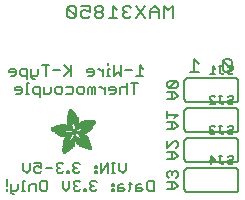
<source format=gbr>
G04 EAGLE Gerber RS-274X export*
G75*
%MOMM*%
%FSLAX34Y34*%
%LPD*%
%INSilkscreen Bottom*%
%IPPOS*%
%AMOC8*
5,1,8,0,0,1.08239X$1,22.5*%
G01*
%ADD10C,0.152400*%
%ADD11C,0.203200*%
%ADD12C,0.127000*%
%ADD13R,0.050800X0.006300*%
%ADD14R,0.082600X0.006400*%
%ADD15R,0.120600X0.006300*%
%ADD16R,0.139700X0.006400*%
%ADD17R,0.158800X0.006300*%
%ADD18R,0.177800X0.006400*%
%ADD19R,0.196800X0.006300*%
%ADD20R,0.215900X0.006400*%
%ADD21R,0.228600X0.006300*%
%ADD22R,0.241300X0.006400*%
%ADD23R,0.254000X0.006300*%
%ADD24R,0.266700X0.006400*%
%ADD25R,0.279400X0.006300*%
%ADD26R,0.285700X0.006400*%
%ADD27R,0.298400X0.006300*%
%ADD28R,0.311200X0.006400*%
%ADD29R,0.317500X0.006300*%
%ADD30R,0.330200X0.006400*%
%ADD31R,0.336600X0.006300*%
%ADD32R,0.349200X0.006400*%
%ADD33R,0.361900X0.006300*%
%ADD34R,0.368300X0.006400*%
%ADD35R,0.381000X0.006300*%
%ADD36R,0.387300X0.006400*%
%ADD37R,0.393700X0.006300*%
%ADD38R,0.406400X0.006400*%
%ADD39R,0.412700X0.006300*%
%ADD40R,0.419100X0.006400*%
%ADD41R,0.431800X0.006300*%
%ADD42R,0.438100X0.006400*%
%ADD43R,0.450800X0.006300*%
%ADD44R,0.457200X0.006400*%
%ADD45R,0.463500X0.006300*%
%ADD46R,0.476200X0.006400*%
%ADD47R,0.482600X0.006300*%
%ADD48R,0.488900X0.006400*%
%ADD49R,0.501600X0.006300*%
%ADD50R,0.508000X0.006400*%
%ADD51R,0.514300X0.006300*%
%ADD52R,0.527000X0.006400*%
%ADD53R,0.533400X0.006300*%
%ADD54R,0.546100X0.006400*%
%ADD55R,0.552400X0.006300*%
%ADD56R,0.558800X0.006400*%
%ADD57R,0.571500X0.006300*%
%ADD58R,0.577800X0.006400*%
%ADD59R,0.584200X0.006300*%
%ADD60R,0.596900X0.006400*%
%ADD61R,0.603200X0.006300*%
%ADD62R,0.609600X0.006400*%
%ADD63R,0.622300X0.006300*%
%ADD64R,0.628600X0.006400*%
%ADD65R,0.641300X0.006300*%
%ADD66R,0.647700X0.006400*%
%ADD67R,0.063500X0.006300*%
%ADD68R,0.654000X0.006300*%
%ADD69R,0.101600X0.006400*%
%ADD70R,0.666700X0.006400*%
%ADD71R,0.139700X0.006300*%
%ADD72R,0.673100X0.006300*%
%ADD73R,0.165100X0.006400*%
%ADD74R,0.679400X0.006400*%
%ADD75R,0.196900X0.006300*%
%ADD76R,0.692100X0.006300*%
%ADD77R,0.222200X0.006400*%
%ADD78R,0.698500X0.006400*%
%ADD79R,0.247700X0.006300*%
%ADD80R,0.704800X0.006300*%
%ADD81R,0.279400X0.006400*%
%ADD82R,0.717500X0.006400*%
%ADD83R,0.298500X0.006300*%
%ADD84R,0.723900X0.006300*%
%ADD85R,0.736600X0.006400*%
%ADD86R,0.342900X0.006300*%
%ADD87R,0.742900X0.006300*%
%ADD88R,0.374700X0.006400*%
%ADD89R,0.749300X0.006400*%
%ADD90R,0.762000X0.006300*%
%ADD91R,0.412700X0.006400*%
%ADD92R,0.768300X0.006400*%
%ADD93R,0.438100X0.006300*%
%ADD94R,0.774700X0.006300*%
%ADD95R,0.463600X0.006400*%
%ADD96R,0.787400X0.006400*%
%ADD97R,0.793700X0.006300*%
%ADD98R,0.495300X0.006400*%
%ADD99R,0.800100X0.006400*%
%ADD100R,0.520700X0.006300*%
%ADD101R,0.812800X0.006300*%
%ADD102R,0.533400X0.006400*%
%ADD103R,0.819100X0.006400*%
%ADD104R,0.558800X0.006300*%
%ADD105R,0.825500X0.006300*%
%ADD106R,0.577900X0.006400*%
%ADD107R,0.831800X0.006400*%
%ADD108R,0.596900X0.006300*%
%ADD109R,0.844500X0.006300*%
%ADD110R,0.616000X0.006400*%
%ADD111R,0.850900X0.006400*%
%ADD112R,0.635000X0.006300*%
%ADD113R,0.857200X0.006300*%
%ADD114R,0.654100X0.006400*%
%ADD115R,0.863600X0.006400*%
%ADD116R,0.666700X0.006300*%
%ADD117R,0.869900X0.006300*%
%ADD118R,0.685800X0.006400*%
%ADD119R,0.876300X0.006400*%
%ADD120R,0.882600X0.006300*%
%ADD121R,0.723900X0.006400*%
%ADD122R,0.889000X0.006400*%
%ADD123R,0.895300X0.006300*%
%ADD124R,0.755700X0.006400*%
%ADD125R,0.901700X0.006400*%
%ADD126R,0.908000X0.006300*%
%ADD127R,0.793800X0.006400*%
%ADD128R,0.914400X0.006400*%
%ADD129R,0.806400X0.006300*%
%ADD130R,0.920700X0.006300*%
%ADD131R,0.825500X0.006400*%
%ADD132R,0.927100X0.006400*%
%ADD133R,0.933400X0.006300*%
%ADD134R,0.857300X0.006400*%
%ADD135R,0.939800X0.006400*%
%ADD136R,0.870000X0.006300*%
%ADD137R,0.939800X0.006300*%
%ADD138R,0.946100X0.006400*%
%ADD139R,0.952500X0.006300*%
%ADD140R,0.908000X0.006400*%
%ADD141R,0.958800X0.006400*%
%ADD142R,0.965200X0.006300*%
%ADD143R,0.965200X0.006400*%
%ADD144R,0.971500X0.006300*%
%ADD145R,0.952500X0.006400*%
%ADD146R,0.977900X0.006400*%
%ADD147R,0.958800X0.006300*%
%ADD148R,0.984200X0.006300*%
%ADD149R,0.971500X0.006400*%
%ADD150R,0.984200X0.006400*%
%ADD151R,0.990600X0.006300*%
%ADD152R,0.984300X0.006400*%
%ADD153R,0.996900X0.006400*%
%ADD154R,0.997000X0.006300*%
%ADD155R,0.996900X0.006300*%
%ADD156R,1.003300X0.006400*%
%ADD157R,1.016000X0.006300*%
%ADD158R,1.009600X0.006300*%
%ADD159R,1.016000X0.006400*%
%ADD160R,1.009600X0.006400*%
%ADD161R,1.022300X0.006300*%
%ADD162R,1.028700X0.006400*%
%ADD163R,1.035100X0.006300*%
%ADD164R,1.047800X0.006400*%
%ADD165R,1.054100X0.006300*%
%ADD166R,1.028700X0.006300*%
%ADD167R,1.054100X0.006400*%
%ADD168R,1.035000X0.006400*%
%ADD169R,1.060400X0.006300*%
%ADD170R,1.035000X0.006300*%
%ADD171R,1.060500X0.006400*%
%ADD172R,1.041400X0.006400*%
%ADD173R,1.066800X0.006300*%
%ADD174R,1.041400X0.006300*%
%ADD175R,1.079500X0.006400*%
%ADD176R,1.047700X0.006400*%
%ADD177R,1.085900X0.006300*%
%ADD178R,1.047700X0.006300*%
%ADD179R,1.085800X0.006400*%
%ADD180R,1.092200X0.006300*%
%ADD181R,1.085900X0.006400*%
%ADD182R,1.098600X0.006300*%
%ADD183R,1.098600X0.006400*%
%ADD184R,1.060400X0.006400*%
%ADD185R,1.104900X0.006300*%
%ADD186R,1.104900X0.006400*%
%ADD187R,1.066800X0.006400*%
%ADD188R,1.111200X0.006300*%
%ADD189R,1.117600X0.006400*%
%ADD190R,1.117600X0.006300*%
%ADD191R,1.073100X0.006300*%
%ADD192R,1.073100X0.006400*%
%ADD193R,1.124000X0.006300*%
%ADD194R,1.079500X0.006300*%
%ADD195R,1.123900X0.006400*%
%ADD196R,1.130300X0.006300*%
%ADD197R,1.130300X0.006400*%
%ADD198R,1.136700X0.006400*%
%ADD199R,1.136700X0.006300*%
%ADD200R,1.085800X0.006300*%
%ADD201R,1.136600X0.006400*%
%ADD202R,1.136600X0.006300*%
%ADD203R,1.143000X0.006400*%
%ADD204R,1.143000X0.006300*%
%ADD205R,1.149400X0.006300*%
%ADD206R,1.149300X0.006300*%
%ADD207R,1.149300X0.006400*%
%ADD208R,1.149400X0.006400*%
%ADD209R,1.155700X0.006400*%
%ADD210R,1.155700X0.006300*%
%ADD211R,1.060500X0.006300*%
%ADD212R,2.197100X0.006400*%
%ADD213R,2.197100X0.006300*%
%ADD214R,2.184400X0.006300*%
%ADD215R,2.184400X0.006400*%
%ADD216R,2.171700X0.006400*%
%ADD217R,2.171700X0.006300*%
%ADD218R,1.530300X0.006400*%
%ADD219R,1.505000X0.006300*%
%ADD220R,1.492300X0.006400*%
%ADD221R,1.485900X0.006300*%
%ADD222R,0.565200X0.006300*%
%ADD223R,1.473200X0.006400*%
%ADD224R,0.565200X0.006400*%
%ADD225R,1.460500X0.006300*%
%ADD226R,1.454100X0.006400*%
%ADD227R,0.552400X0.006400*%
%ADD228R,1.441500X0.006300*%
%ADD229R,0.546100X0.006300*%
%ADD230R,1.435100X0.006400*%
%ADD231R,0.539800X0.006400*%
%ADD232R,1.428800X0.006300*%
%ADD233R,1.422400X0.006400*%
%ADD234R,1.409700X0.006300*%
%ADD235R,0.527100X0.006300*%
%ADD236R,1.403300X0.006400*%
%ADD237R,0.527100X0.006400*%
%ADD238R,1.390700X0.006300*%
%ADD239R,1.384300X0.006400*%
%ADD240R,0.520700X0.006400*%
%ADD241R,1.384300X0.006300*%
%ADD242R,0.514400X0.006300*%
%ADD243R,1.371600X0.006400*%
%ADD244R,1.365200X0.006300*%
%ADD245R,0.508000X0.006300*%
%ADD246R,1.352600X0.006400*%
%ADD247R,0.501700X0.006400*%
%ADD248R,0.711200X0.006300*%
%ADD249R,0.603300X0.006300*%
%ADD250R,0.501700X0.006300*%
%ADD251R,0.692100X0.006400*%
%ADD252R,0.571500X0.006400*%
%ADD253R,0.679400X0.006300*%
%ADD254R,0.495300X0.006300*%
%ADD255R,0.673100X0.006400*%
%ADD256R,0.666800X0.006300*%
%ADD257R,0.488900X0.006300*%
%ADD258R,0.660400X0.006400*%
%ADD259R,0.482600X0.006400*%
%ADD260R,0.476200X0.006300*%
%ADD261R,0.654000X0.006400*%
%ADD262R,0.469900X0.006400*%
%ADD263R,0.476300X0.006400*%
%ADD264R,0.647700X0.006300*%
%ADD265R,0.457200X0.006300*%
%ADD266R,0.469900X0.006300*%
%ADD267R,0.641300X0.006400*%
%ADD268R,0.444500X0.006400*%
%ADD269R,0.463600X0.006300*%
%ADD270R,0.635000X0.006400*%
%ADD271R,0.463500X0.006400*%
%ADD272R,0.393700X0.006400*%
%ADD273R,0.450800X0.006400*%
%ADD274R,0.628600X0.006300*%
%ADD275R,0.387400X0.006300*%
%ADD276R,0.450900X0.006300*%
%ADD277R,0.628700X0.006400*%
%ADD278R,0.374600X0.006400*%
%ADD279R,0.368300X0.006300*%
%ADD280R,0.438200X0.006300*%
%ADD281R,0.622300X0.006400*%
%ADD282R,0.355600X0.006400*%
%ADD283R,0.431800X0.006400*%
%ADD284R,0.349300X0.006300*%
%ADD285R,0.425400X0.006300*%
%ADD286R,0.615900X0.006300*%
%ADD287R,0.330200X0.006300*%
%ADD288R,0.419100X0.006300*%
%ADD289R,0.616000X0.006300*%
%ADD290R,0.311200X0.006300*%
%ADD291R,0.406400X0.006300*%
%ADD292R,0.615900X0.006400*%
%ADD293R,0.304800X0.006400*%
%ADD294R,0.158800X0.006400*%
%ADD295R,0.609600X0.006300*%
%ADD296R,0.292100X0.006300*%
%ADD297R,0.235000X0.006300*%
%ADD298R,0.387400X0.006400*%
%ADD299R,0.292100X0.006400*%
%ADD300R,0.336500X0.006300*%
%ADD301R,0.260400X0.006300*%
%ADD302R,0.603300X0.006400*%
%ADD303R,0.260400X0.006400*%
%ADD304R,0.362000X0.006400*%
%ADD305R,0.450900X0.006400*%
%ADD306R,0.355600X0.006300*%
%ADD307R,0.342900X0.006400*%
%ADD308R,0.514300X0.006400*%
%ADD309R,0.234900X0.006300*%
%ADD310R,0.539700X0.006300*%
%ADD311R,0.603200X0.006400*%
%ADD312R,0.234900X0.006400*%
%ADD313R,0.920700X0.006400*%
%ADD314R,0.958900X0.006400*%
%ADD315R,0.215900X0.006300*%
%ADD316R,0.209600X0.006400*%
%ADD317R,0.203200X0.006300*%
%ADD318R,1.003300X0.006300*%
%ADD319R,0.203200X0.006400*%
%ADD320R,0.196900X0.006400*%
%ADD321R,0.190500X0.006300*%
%ADD322R,0.190500X0.006400*%
%ADD323R,0.184200X0.006300*%
%ADD324R,0.590500X0.006400*%
%ADD325R,0.184200X0.006400*%
%ADD326R,0.590500X0.006300*%
%ADD327R,0.177800X0.006300*%
%ADD328R,0.584200X0.006400*%
%ADD329R,1.168400X0.006400*%
%ADD330R,0.171500X0.006300*%
%ADD331R,1.187500X0.006300*%
%ADD332R,1.200100X0.006400*%
%ADD333R,0.577800X0.006300*%
%ADD334R,1.212900X0.006300*%
%ADD335R,1.231900X0.006400*%
%ADD336R,1.250900X0.006300*%
%ADD337R,0.565100X0.006400*%
%ADD338R,0.184100X0.006400*%
%ADD339R,1.263700X0.006400*%
%ADD340R,0.565100X0.006300*%
%ADD341R,1.289100X0.006300*%
%ADD342R,1.314400X0.006400*%
%ADD343R,0.552500X0.006300*%
%ADD344R,1.568500X0.006300*%
%ADD345R,0.552500X0.006400*%
%ADD346R,1.581200X0.006400*%
%ADD347R,1.593800X0.006300*%
%ADD348R,1.606500X0.006400*%
%ADD349R,1.619300X0.006300*%
%ADD350R,0.514400X0.006400*%
%ADD351R,1.638300X0.006400*%
%ADD352R,1.657300X0.006300*%
%ADD353R,2.209800X0.006400*%
%ADD354R,2.425700X0.006300*%
%ADD355R,2.470100X0.006400*%
%ADD356R,2.501900X0.006300*%
%ADD357R,2.533700X0.006400*%
%ADD358R,2.559000X0.006300*%
%ADD359R,2.584500X0.006400*%
%ADD360R,2.609900X0.006300*%
%ADD361R,2.628900X0.006400*%
%ADD362R,2.660600X0.006300*%
%ADD363R,2.673400X0.006400*%
%ADD364R,1.422400X0.006300*%
%ADD365R,1.200200X0.006300*%
%ADD366R,1.365300X0.006300*%
%ADD367R,1.365300X0.006400*%
%ADD368R,1.352500X0.006300*%
%ADD369R,1.098500X0.006300*%
%ADD370R,1.358900X0.006400*%
%ADD371R,1.352600X0.006300*%
%ADD372R,1.358900X0.006300*%
%ADD373R,1.371600X0.006300*%
%ADD374R,1.377900X0.006400*%
%ADD375R,1.397000X0.006400*%
%ADD376R,1.403300X0.006300*%
%ADD377R,0.914400X0.006300*%
%ADD378R,0.876300X0.006300*%
%ADD379R,0.374600X0.006300*%
%ADD380R,1.073200X0.006400*%
%ADD381R,0.374700X0.006300*%
%ADD382R,0.844600X0.006400*%
%ADD383R,0.844600X0.006300*%
%ADD384R,0.831900X0.006400*%
%ADD385R,1.092200X0.006400*%
%ADD386R,0.400000X0.006300*%
%ADD387R,0.819200X0.006400*%
%ADD388R,1.111300X0.006400*%
%ADD389R,0.812800X0.006400*%
%ADD390R,0.800100X0.006300*%
%ADD391R,0.476300X0.006300*%
%ADD392R,1.181100X0.006300*%
%ADD393R,0.501600X0.006400*%
%ADD394R,1.193800X0.006400*%
%ADD395R,0.781000X0.006400*%
%ADD396R,1.238200X0.006400*%
%ADD397R,0.781100X0.006300*%
%ADD398R,1.257300X0.006300*%
%ADD399R,1.295400X0.006400*%
%ADD400R,1.333500X0.006300*%
%ADD401R,0.774700X0.006400*%
%ADD402R,1.866900X0.006400*%
%ADD403R,0.209600X0.006300*%
%ADD404R,1.866900X0.006300*%
%ADD405R,0.768400X0.006400*%
%ADD406R,0.209500X0.006400*%
%ADD407R,1.860600X0.006400*%
%ADD408R,0.762000X0.006400*%
%ADD409R,0.768400X0.006300*%
%ADD410R,1.860600X0.006300*%
%ADD411R,1.860500X0.006400*%
%ADD412R,0.222300X0.006300*%
%ADD413R,1.854200X0.006300*%
%ADD414R,0.235000X0.006400*%
%ADD415R,1.854200X0.006400*%
%ADD416R,0.768300X0.006300*%
%ADD417R,0.260300X0.006400*%
%ADD418R,1.847800X0.006400*%
%ADD419R,0.266700X0.006300*%
%ADD420R,1.847800X0.006300*%
%ADD421R,0.273100X0.006400*%
%ADD422R,1.841500X0.006400*%
%ADD423R,0.285800X0.006300*%
%ADD424R,1.841500X0.006300*%
%ADD425R,0.298500X0.006400*%
%ADD426R,1.835100X0.006400*%
%ADD427R,0.781000X0.006300*%
%ADD428R,0.304800X0.006300*%
%ADD429R,1.835100X0.006300*%
%ADD430R,0.317500X0.006400*%
%ADD431R,1.828800X0.006400*%
%ADD432R,0.787400X0.006300*%
%ADD433R,0.323800X0.006300*%
%ADD434R,1.828800X0.006300*%
%ADD435R,0.793700X0.006400*%
%ADD436R,1.822400X0.006400*%
%ADD437R,0.806500X0.006300*%
%ADD438R,1.822400X0.006300*%
%ADD439R,1.816100X0.006400*%
%ADD440R,0.819100X0.006300*%
%ADD441R,0.387300X0.006300*%
%ADD442R,1.816100X0.006300*%
%ADD443R,1.809800X0.006400*%
%ADD444R,1.803400X0.006300*%
%ADD445R,1.797000X0.006400*%
%ADD446R,0.901700X0.006300*%
%ADD447R,1.797000X0.006300*%
%ADD448R,1.441400X0.006400*%
%ADD449R,1.790700X0.006400*%
%ADD450R,1.447800X0.006300*%
%ADD451R,1.784300X0.006300*%
%ADD452R,1.447800X0.006400*%
%ADD453R,1.784300X0.006400*%
%ADD454R,1.454100X0.006300*%
%ADD455R,1.771700X0.006300*%
%ADD456R,1.460500X0.006400*%
%ADD457R,1.759000X0.006400*%
%ADD458R,1.466800X0.006300*%
%ADD459R,1.752600X0.006300*%
%ADD460R,1.466800X0.006400*%
%ADD461R,1.739900X0.006400*%
%ADD462R,1.473200X0.006300*%
%ADD463R,1.727200X0.006300*%
%ADD464R,1.479500X0.006400*%
%ADD465R,1.714500X0.006400*%
%ADD466R,1.695400X0.006300*%
%ADD467R,1.485900X0.006400*%
%ADD468R,1.682700X0.006400*%
%ADD469R,1.492200X0.006300*%
%ADD470R,1.663700X0.006300*%
%ADD471R,1.498600X0.006400*%
%ADD472R,1.644600X0.006400*%
%ADD473R,1.498600X0.006300*%
%ADD474R,1.619200X0.006300*%
%ADD475R,1.511300X0.006400*%
%ADD476R,1.600200X0.006400*%
%ADD477R,1.517700X0.006300*%
%ADD478R,1.574800X0.006300*%
%ADD479R,1.524000X0.006400*%
%ADD480R,1.555800X0.006400*%
%ADD481R,1.524000X0.006300*%
%ADD482R,1.536700X0.006300*%
%ADD483R,1.530400X0.006400*%
%ADD484R,1.517700X0.006400*%
%ADD485R,1.492300X0.006300*%
%ADD486R,1.549400X0.006400*%
%ADD487R,1.479600X0.006400*%
%ADD488R,1.549400X0.006300*%
%ADD489R,1.555700X0.006400*%
%ADD490R,1.562100X0.006300*%
%ADD491R,0.323900X0.006300*%
%ADD492R,1.568400X0.006400*%
%ADD493R,0.336600X0.006400*%
%ADD494R,1.587500X0.006300*%
%ADD495R,0.971600X0.006300*%
%ADD496R,0.349300X0.006400*%
%ADD497R,1.600200X0.006300*%
%ADD498R,0.920800X0.006300*%
%ADD499R,0.882700X0.006400*%
%ADD500R,1.612900X0.006300*%
%ADD501R,0.362000X0.006300*%
%ADD502R,1.625600X0.006400*%
%ADD503R,1.625600X0.006300*%
%ADD504R,1.644600X0.006300*%
%ADD505R,0.736600X0.006300*%
%ADD506R,0.717600X0.006400*%
%ADD507R,1.657400X0.006300*%
%ADD508R,0.679500X0.006300*%
%ADD509R,1.663700X0.006400*%
%ADD510R,0.400000X0.006400*%
%ADD511R,1.676400X0.006300*%
%ADD512R,1.676400X0.006400*%
%ADD513R,0.425500X0.006400*%
%ADD514R,1.352500X0.006400*%
%ADD515R,0.444500X0.006300*%
%ADD516R,0.361900X0.006400*%
%ADD517R,0.088900X0.006300*%
%ADD518R,1.009700X0.006300*%
%ADD519R,1.009700X0.006400*%
%ADD520R,1.022300X0.006400*%
%ADD521R,1.346200X0.006400*%
%ADD522R,1.346200X0.006300*%
%ADD523R,1.339900X0.006400*%
%ADD524R,1.035100X0.006400*%
%ADD525R,1.339800X0.006300*%
%ADD526R,1.333500X0.006400*%
%ADD527R,1.327200X0.006400*%
%ADD528R,1.320800X0.006300*%
%ADD529R,1.314500X0.006400*%
%ADD530R,1.314400X0.006300*%
%ADD531R,1.301700X0.006400*%
%ADD532R,1.295400X0.006300*%
%ADD533R,1.289000X0.006400*%
%ADD534R,1.276300X0.006300*%
%ADD535R,1.251000X0.006300*%
%ADD536R,1.244600X0.006400*%
%ADD537R,1.231900X0.006300*%
%ADD538R,1.212800X0.006400*%
%ADD539R,1.200100X0.006300*%
%ADD540R,1.187400X0.006400*%
%ADD541R,1.168400X0.006300*%
%ADD542R,1.047800X0.006300*%
%ADD543R,0.977900X0.006300*%
%ADD544R,0.946200X0.006400*%
%ADD545R,0.933400X0.006400*%
%ADD546R,0.895300X0.006400*%
%ADD547R,0.882700X0.006300*%
%ADD548R,0.863600X0.006300*%
%ADD549R,0.857200X0.006400*%
%ADD550R,0.850900X0.006300*%
%ADD551R,0.838200X0.006300*%
%ADD552R,0.806500X0.006400*%
%ADD553R,0.717600X0.006300*%
%ADD554R,0.711200X0.006400*%
%ADD555R,0.641400X0.006400*%
%ADD556R,0.641400X0.006300*%
%ADD557R,0.628700X0.006300*%
%ADD558R,0.590600X0.006300*%
%ADD559R,0.539700X0.006400*%
%ADD560R,0.285700X0.006300*%
%ADD561R,0.222200X0.006300*%
%ADD562R,0.171400X0.006300*%
%ADD563R,0.152400X0.006400*%
%ADD564R,0.133400X0.006300*%


D10*
X105415Y67825D02*
X105415Y62063D01*
X102534Y59182D01*
X99653Y62063D01*
X99653Y67825D01*
X96060Y59182D02*
X93178Y59182D01*
X94619Y59182D02*
X94619Y67825D01*
X96060Y67825D02*
X93178Y67825D01*
X89823Y67825D02*
X89823Y59182D01*
X84061Y59182D02*
X89823Y67825D01*
X84061Y67825D02*
X84061Y59182D01*
X80468Y64944D02*
X79027Y64944D01*
X79027Y63504D01*
X80468Y63504D01*
X80468Y64944D01*
X80468Y60623D02*
X79027Y60623D01*
X79027Y59182D01*
X80468Y59182D01*
X80468Y60623D01*
X66435Y66385D02*
X64994Y67825D01*
X62113Y67825D01*
X60673Y66385D01*
X60673Y64944D01*
X62113Y63504D01*
X63554Y63504D01*
X62113Y63504D02*
X60673Y62063D01*
X60673Y60623D01*
X62113Y59182D01*
X64994Y59182D01*
X66435Y60623D01*
X57080Y60623D02*
X57080Y59182D01*
X57080Y60623D02*
X55639Y60623D01*
X55639Y59182D01*
X57080Y59182D01*
X52402Y66385D02*
X50962Y67825D01*
X48080Y67825D01*
X46640Y66385D01*
X46640Y64944D01*
X48080Y63504D01*
X49521Y63504D01*
X48080Y63504D02*
X46640Y62063D01*
X46640Y60623D01*
X48080Y59182D01*
X50962Y59182D01*
X52402Y60623D01*
X43047Y63504D02*
X37285Y63504D01*
X33692Y67825D02*
X27929Y67825D01*
X33692Y67825D02*
X33692Y63504D01*
X30811Y64944D01*
X29370Y64944D01*
X27929Y63504D01*
X27929Y60623D01*
X29370Y59182D01*
X32251Y59182D01*
X33692Y60623D01*
X24337Y62063D02*
X24337Y67825D01*
X24337Y62063D02*
X21455Y59182D01*
X18574Y62063D01*
X18574Y67825D01*
X129205Y52585D02*
X129205Y43942D01*
X124884Y43942D01*
X123443Y45383D01*
X123443Y51145D01*
X124884Y52585D01*
X129205Y52585D01*
X118409Y49704D02*
X115528Y49704D01*
X114088Y48264D01*
X114088Y43942D01*
X118409Y43942D01*
X119850Y45383D01*
X118409Y46823D01*
X114088Y46823D01*
X109054Y45383D02*
X109054Y51145D01*
X109054Y45383D02*
X107614Y43942D01*
X107614Y49704D02*
X110495Y49704D01*
X102817Y49704D02*
X99936Y49704D01*
X98496Y48264D01*
X98496Y43942D01*
X102817Y43942D01*
X104258Y45383D01*
X102817Y46823D01*
X98496Y46823D01*
X94903Y49704D02*
X93462Y49704D01*
X93462Y48264D01*
X94903Y48264D01*
X94903Y49704D01*
X94903Y45383D02*
X93462Y45383D01*
X93462Y43942D01*
X94903Y43942D01*
X94903Y45383D01*
X80870Y51145D02*
X79430Y52585D01*
X76548Y52585D01*
X75108Y51145D01*
X75108Y49704D01*
X76548Y48264D01*
X77989Y48264D01*
X76548Y48264D02*
X75108Y46823D01*
X75108Y45383D01*
X76548Y43942D01*
X79430Y43942D01*
X80870Y45383D01*
X71515Y45383D02*
X71515Y43942D01*
X71515Y45383D02*
X70074Y45383D01*
X70074Y43942D01*
X71515Y43942D01*
X66837Y51145D02*
X65397Y52585D01*
X62516Y52585D01*
X61075Y51145D01*
X61075Y49704D01*
X62516Y48264D01*
X63956Y48264D01*
X62516Y48264D02*
X61075Y46823D01*
X61075Y45383D01*
X62516Y43942D01*
X65397Y43942D01*
X66837Y45383D01*
X57482Y46823D02*
X57482Y52585D01*
X57482Y46823D02*
X54601Y43942D01*
X51720Y46823D01*
X51720Y52585D01*
X37331Y52585D02*
X34450Y52585D01*
X37331Y52585D02*
X38772Y51145D01*
X38772Y45383D01*
X37331Y43942D01*
X34450Y43942D01*
X33009Y45383D01*
X33009Y51145D01*
X34450Y52585D01*
X29417Y49704D02*
X29417Y43942D01*
X29417Y49704D02*
X25095Y49704D01*
X23654Y48264D01*
X23654Y43942D01*
X20061Y52585D02*
X18621Y52585D01*
X18621Y43942D01*
X20061Y43942D02*
X17180Y43942D01*
X13825Y45383D02*
X13825Y49704D01*
X13825Y45383D02*
X12384Y43942D01*
X8062Y43942D01*
X8062Y42501D02*
X8062Y49704D01*
X8062Y42501D02*
X9503Y41061D01*
X10943Y41061D01*
X4469Y43942D02*
X4469Y45383D01*
X4469Y48264D02*
X4469Y54026D01*
D11*
X144820Y190246D02*
X144820Y200923D01*
X141261Y197364D01*
X137702Y200923D01*
X137702Y190246D01*
X133126Y190246D02*
X133126Y197364D01*
X129567Y200923D01*
X126008Y197364D01*
X126008Y190246D01*
X126008Y195585D02*
X133126Y195585D01*
X121432Y200923D02*
X114314Y190246D01*
X121432Y190246D02*
X114314Y200923D01*
X109738Y199144D02*
X107959Y200923D01*
X104400Y200923D01*
X102620Y199144D01*
X102620Y197364D01*
X104400Y195585D01*
X106179Y195585D01*
X104400Y195585D02*
X102620Y193805D01*
X102620Y192026D01*
X104400Y190246D01*
X107959Y190246D01*
X109738Y192026D01*
X98044Y197364D02*
X94485Y200923D01*
X94485Y190246D01*
X98044Y190246D02*
X90926Y190246D01*
X86350Y199144D02*
X84571Y200923D01*
X81012Y200923D01*
X79232Y199144D01*
X79232Y197364D01*
X81012Y195585D01*
X79232Y193805D01*
X79232Y192026D01*
X81012Y190246D01*
X84571Y190246D01*
X86350Y192026D01*
X86350Y193805D01*
X84571Y195585D01*
X86350Y197364D01*
X86350Y199144D01*
X84571Y195585D02*
X81012Y195585D01*
X74656Y200923D02*
X67538Y200923D01*
X74656Y200923D02*
X74656Y195585D01*
X71097Y197364D01*
X69318Y197364D01*
X67538Y195585D01*
X67538Y192026D01*
X69318Y190246D01*
X72877Y190246D01*
X74656Y192026D01*
X62962Y192026D02*
X62962Y199144D01*
X61183Y200923D01*
X57624Y200923D01*
X55844Y199144D01*
X55844Y192026D01*
X57624Y190246D01*
X61183Y190246D01*
X62962Y192026D01*
X55844Y199144D01*
D12*
X140335Y121625D02*
X146267Y121625D01*
X149233Y124590D01*
X146267Y127556D01*
X140335Y127556D01*
X144784Y127556D02*
X144784Y121625D01*
X141818Y130980D02*
X147750Y130980D01*
X149233Y132463D01*
X149233Y135429D01*
X147750Y136912D01*
X141818Y136912D01*
X140335Y135429D01*
X140335Y132463D01*
X141818Y130980D01*
X147750Y136912D01*
D10*
X194818Y146136D02*
X194818Y153593D01*
X192954Y155458D01*
X189225Y155458D01*
X187361Y153593D01*
X187361Y146136D01*
X189225Y144272D01*
X192954Y144272D01*
X194818Y146136D01*
X187361Y153593D01*
X166878Y151729D02*
X163150Y155458D01*
X163150Y144272D01*
X166878Y144272D02*
X159421Y144272D01*
D12*
X146267Y96225D02*
X140335Y96225D01*
X146267Y96225D02*
X149233Y99190D01*
X146267Y102156D01*
X140335Y102156D01*
X144784Y102156D02*
X144784Y96225D01*
X146267Y105580D02*
X149233Y108546D01*
X140335Y108546D01*
X140335Y105580D02*
X140335Y111512D01*
X140335Y70825D02*
X146267Y70825D01*
X149233Y73790D01*
X146267Y76756D01*
X140335Y76756D01*
X144784Y76756D02*
X144784Y70825D01*
X140335Y80180D02*
X140335Y86112D01*
X140335Y80180D02*
X146267Y86112D01*
X147750Y86112D01*
X149233Y84629D01*
X149233Y81663D01*
X147750Y80180D01*
X146267Y45425D02*
X140335Y45425D01*
X146267Y45425D02*
X149233Y48390D01*
X146267Y51356D01*
X140335Y51356D01*
X144784Y51356D02*
X144784Y45425D01*
X147750Y54780D02*
X149233Y56263D01*
X149233Y59229D01*
X147750Y60712D01*
X146267Y60712D01*
X144784Y59229D01*
X144784Y57746D01*
X144784Y59229D02*
X143301Y60712D01*
X141818Y60712D01*
X140335Y59229D01*
X140335Y56263D01*
X141818Y54780D01*
X120065Y147537D02*
X117099Y150503D01*
X117099Y141605D01*
X120065Y141605D02*
X114133Y141605D01*
X110710Y146054D02*
X104778Y146054D01*
X101355Y150503D02*
X101355Y141605D01*
X98389Y144571D01*
X95423Y141605D01*
X95423Y150503D01*
X91999Y147537D02*
X90517Y147537D01*
X90517Y141605D01*
X91999Y141605D02*
X89034Y141605D01*
X90517Y150503D02*
X90517Y151986D01*
X85763Y147537D02*
X85763Y141605D01*
X85763Y144571D02*
X82797Y147537D01*
X81314Y147537D01*
X76484Y141605D02*
X73518Y141605D01*
X76484Y141605D02*
X77967Y143088D01*
X77967Y146054D01*
X76484Y147537D01*
X73518Y147537D01*
X72035Y146054D01*
X72035Y144571D01*
X77967Y144571D01*
X59256Y141605D02*
X59256Y150503D01*
X53325Y150503D02*
X59256Y144571D01*
X57773Y146054D02*
X53325Y141605D01*
X49901Y146054D02*
X43969Y146054D01*
X37580Y141605D02*
X37580Y150503D01*
X40546Y150503D02*
X34614Y150503D01*
X31191Y147537D02*
X31191Y143088D01*
X29708Y141605D01*
X25259Y141605D01*
X25259Y140122D02*
X25259Y147537D01*
X25259Y140122D02*
X26742Y138639D01*
X28225Y138639D01*
X21836Y138639D02*
X21836Y147537D01*
X17387Y147537D01*
X15904Y146054D01*
X15904Y143088D01*
X17387Y141605D01*
X21836Y141605D01*
X10997Y141605D02*
X8032Y141605D01*
X10997Y141605D02*
X12480Y143088D01*
X12480Y146054D01*
X10997Y147537D01*
X8032Y147537D01*
X6549Y146054D01*
X6549Y144571D01*
X12480Y144571D01*
X112422Y135263D02*
X112422Y126365D01*
X115387Y135263D02*
X109456Y135263D01*
X106032Y135263D02*
X106032Y126365D01*
X106032Y130814D02*
X104549Y132297D01*
X101583Y132297D01*
X100100Y130814D01*
X100100Y126365D01*
X95194Y126365D02*
X92228Y126365D01*
X95194Y126365D02*
X96677Y127848D01*
X96677Y130814D01*
X95194Y132297D01*
X92228Y132297D01*
X90745Y130814D01*
X90745Y129331D01*
X96677Y129331D01*
X87322Y126365D02*
X87322Y132297D01*
X87322Y129331D02*
X84356Y132297D01*
X82873Y132297D01*
X79526Y132297D02*
X79526Y126365D01*
X79526Y132297D02*
X78043Y132297D01*
X76560Y130814D01*
X76560Y126365D01*
X76560Y130814D02*
X75077Y132297D01*
X73594Y130814D01*
X73594Y126365D01*
X68688Y126365D02*
X65722Y126365D01*
X64239Y127848D01*
X64239Y130814D01*
X65722Y132297D01*
X68688Y132297D01*
X70171Y130814D01*
X70171Y127848D01*
X68688Y126365D01*
X59333Y132297D02*
X54884Y132297D01*
X59333Y132297D02*
X60815Y130814D01*
X60815Y127848D01*
X59333Y126365D01*
X54884Y126365D01*
X49977Y126365D02*
X47012Y126365D01*
X45529Y127848D01*
X45529Y130814D01*
X47012Y132297D01*
X49977Y132297D01*
X51460Y130814D01*
X51460Y127848D01*
X49977Y126365D01*
X42105Y127848D02*
X42105Y132297D01*
X42105Y127848D02*
X40622Y126365D01*
X36173Y126365D01*
X36173Y132297D01*
X32750Y132297D02*
X32750Y123399D01*
X32750Y132297D02*
X28301Y132297D01*
X26818Y130814D01*
X26818Y127848D01*
X28301Y126365D01*
X32750Y126365D01*
X23395Y135263D02*
X21912Y135263D01*
X21912Y126365D01*
X23395Y126365D02*
X20429Y126365D01*
X15675Y126365D02*
X12709Y126365D01*
X15675Y126365D02*
X17158Y127848D01*
X17158Y130814D01*
X15675Y132297D01*
X12709Y132297D01*
X11226Y130814D01*
X11226Y129331D01*
X17158Y129331D01*
D11*
X157480Y119380D02*
X198120Y119380D01*
X157480Y139700D02*
X157380Y139698D01*
X157281Y139692D01*
X157181Y139682D01*
X157083Y139669D01*
X156984Y139651D01*
X156887Y139630D01*
X156791Y139605D01*
X156695Y139576D01*
X156601Y139543D01*
X156508Y139507D01*
X156417Y139467D01*
X156327Y139423D01*
X156239Y139376D01*
X156153Y139326D01*
X156069Y139272D01*
X155987Y139215D01*
X155908Y139155D01*
X155830Y139091D01*
X155756Y139025D01*
X155684Y138956D01*
X155615Y138884D01*
X155549Y138810D01*
X155485Y138732D01*
X155425Y138653D01*
X155368Y138571D01*
X155314Y138487D01*
X155264Y138401D01*
X155217Y138313D01*
X155173Y138223D01*
X155133Y138132D01*
X155097Y138039D01*
X155064Y137945D01*
X155035Y137849D01*
X155010Y137753D01*
X154989Y137656D01*
X154971Y137557D01*
X154958Y137459D01*
X154948Y137359D01*
X154942Y137260D01*
X154940Y137160D01*
X198120Y139700D02*
X198220Y139698D01*
X198319Y139692D01*
X198419Y139682D01*
X198517Y139669D01*
X198616Y139651D01*
X198713Y139630D01*
X198809Y139605D01*
X198905Y139576D01*
X198999Y139543D01*
X199092Y139507D01*
X199183Y139467D01*
X199273Y139423D01*
X199361Y139376D01*
X199447Y139326D01*
X199531Y139272D01*
X199613Y139215D01*
X199692Y139155D01*
X199770Y139091D01*
X199844Y139025D01*
X199916Y138956D01*
X199985Y138884D01*
X200051Y138810D01*
X200115Y138732D01*
X200175Y138653D01*
X200232Y138571D01*
X200286Y138487D01*
X200336Y138401D01*
X200383Y138313D01*
X200427Y138223D01*
X200467Y138132D01*
X200503Y138039D01*
X200536Y137945D01*
X200565Y137849D01*
X200590Y137753D01*
X200611Y137656D01*
X200629Y137557D01*
X200642Y137459D01*
X200652Y137359D01*
X200658Y137260D01*
X200660Y137160D01*
X200660Y121920D02*
X200658Y121820D01*
X200652Y121721D01*
X200642Y121621D01*
X200629Y121523D01*
X200611Y121424D01*
X200590Y121327D01*
X200565Y121231D01*
X200536Y121135D01*
X200503Y121041D01*
X200467Y120948D01*
X200427Y120857D01*
X200383Y120767D01*
X200336Y120679D01*
X200286Y120593D01*
X200232Y120509D01*
X200175Y120427D01*
X200115Y120348D01*
X200051Y120270D01*
X199985Y120196D01*
X199916Y120124D01*
X199844Y120055D01*
X199770Y119989D01*
X199692Y119925D01*
X199613Y119865D01*
X199531Y119808D01*
X199447Y119754D01*
X199361Y119704D01*
X199273Y119657D01*
X199183Y119613D01*
X199092Y119573D01*
X198999Y119537D01*
X198905Y119504D01*
X198809Y119475D01*
X198713Y119450D01*
X198616Y119429D01*
X198517Y119411D01*
X198419Y119398D01*
X198319Y119388D01*
X198220Y119382D01*
X198120Y119380D01*
X157480Y119380D02*
X157380Y119382D01*
X157281Y119388D01*
X157181Y119398D01*
X157083Y119411D01*
X156984Y119429D01*
X156887Y119450D01*
X156791Y119475D01*
X156695Y119504D01*
X156601Y119537D01*
X156508Y119573D01*
X156417Y119613D01*
X156327Y119657D01*
X156239Y119704D01*
X156153Y119754D01*
X156069Y119808D01*
X155987Y119865D01*
X155908Y119925D01*
X155830Y119989D01*
X155756Y120055D01*
X155684Y120124D01*
X155615Y120196D01*
X155549Y120270D01*
X155485Y120348D01*
X155425Y120427D01*
X155368Y120509D01*
X155314Y120593D01*
X155264Y120679D01*
X155217Y120767D01*
X155173Y120857D01*
X155133Y120948D01*
X155097Y121041D01*
X155064Y121135D01*
X155035Y121231D01*
X155010Y121327D01*
X154989Y121424D01*
X154971Y121523D01*
X154958Y121621D01*
X154948Y121721D01*
X154942Y121820D01*
X154940Y121920D01*
X154940Y137160D01*
X200660Y137160D02*
X200660Y121920D01*
X198120Y139700D02*
X157480Y139700D01*
D10*
X191682Y148510D02*
X192783Y149612D01*
X194986Y149612D01*
X196088Y148510D01*
X196088Y147408D01*
X194986Y146307D01*
X192783Y146307D01*
X191682Y145205D01*
X191682Y144104D01*
X192783Y143002D01*
X194986Y143002D01*
X196088Y144104D01*
X188604Y144104D02*
X187502Y143002D01*
X186401Y143002D01*
X185299Y144104D01*
X185299Y149612D01*
X186401Y149612D02*
X184197Y149612D01*
X181120Y147408D02*
X178917Y149612D01*
X178917Y143002D01*
X181120Y143002D02*
X176713Y143002D01*
D11*
X157480Y93980D02*
X198120Y93980D01*
X157480Y114300D02*
X157380Y114298D01*
X157281Y114292D01*
X157181Y114282D01*
X157083Y114269D01*
X156984Y114251D01*
X156887Y114230D01*
X156791Y114205D01*
X156695Y114176D01*
X156601Y114143D01*
X156508Y114107D01*
X156417Y114067D01*
X156327Y114023D01*
X156239Y113976D01*
X156153Y113926D01*
X156069Y113872D01*
X155987Y113815D01*
X155908Y113755D01*
X155830Y113691D01*
X155756Y113625D01*
X155684Y113556D01*
X155615Y113484D01*
X155549Y113410D01*
X155485Y113332D01*
X155425Y113253D01*
X155368Y113171D01*
X155314Y113087D01*
X155264Y113001D01*
X155217Y112913D01*
X155173Y112823D01*
X155133Y112732D01*
X155097Y112639D01*
X155064Y112545D01*
X155035Y112449D01*
X155010Y112353D01*
X154989Y112256D01*
X154971Y112157D01*
X154958Y112059D01*
X154948Y111959D01*
X154942Y111860D01*
X154940Y111760D01*
X198120Y114300D02*
X198220Y114298D01*
X198319Y114292D01*
X198419Y114282D01*
X198517Y114269D01*
X198616Y114251D01*
X198713Y114230D01*
X198809Y114205D01*
X198905Y114176D01*
X198999Y114143D01*
X199092Y114107D01*
X199183Y114067D01*
X199273Y114023D01*
X199361Y113976D01*
X199447Y113926D01*
X199531Y113872D01*
X199613Y113815D01*
X199692Y113755D01*
X199770Y113691D01*
X199844Y113625D01*
X199916Y113556D01*
X199985Y113484D01*
X200051Y113410D01*
X200115Y113332D01*
X200175Y113253D01*
X200232Y113171D01*
X200286Y113087D01*
X200336Y113001D01*
X200383Y112913D01*
X200427Y112823D01*
X200467Y112732D01*
X200503Y112639D01*
X200536Y112545D01*
X200565Y112449D01*
X200590Y112353D01*
X200611Y112256D01*
X200629Y112157D01*
X200642Y112059D01*
X200652Y111959D01*
X200658Y111860D01*
X200660Y111760D01*
X200660Y96520D02*
X200658Y96420D01*
X200652Y96321D01*
X200642Y96221D01*
X200629Y96123D01*
X200611Y96024D01*
X200590Y95927D01*
X200565Y95831D01*
X200536Y95735D01*
X200503Y95641D01*
X200467Y95548D01*
X200427Y95457D01*
X200383Y95367D01*
X200336Y95279D01*
X200286Y95193D01*
X200232Y95109D01*
X200175Y95027D01*
X200115Y94948D01*
X200051Y94870D01*
X199985Y94796D01*
X199916Y94724D01*
X199844Y94655D01*
X199770Y94589D01*
X199692Y94525D01*
X199613Y94465D01*
X199531Y94408D01*
X199447Y94354D01*
X199361Y94304D01*
X199273Y94257D01*
X199183Y94213D01*
X199092Y94173D01*
X198999Y94137D01*
X198905Y94104D01*
X198809Y94075D01*
X198713Y94050D01*
X198616Y94029D01*
X198517Y94011D01*
X198419Y93998D01*
X198319Y93988D01*
X198220Y93982D01*
X198120Y93980D01*
X157480Y93980D02*
X157380Y93982D01*
X157281Y93988D01*
X157181Y93998D01*
X157083Y94011D01*
X156984Y94029D01*
X156887Y94050D01*
X156791Y94075D01*
X156695Y94104D01*
X156601Y94137D01*
X156508Y94173D01*
X156417Y94213D01*
X156327Y94257D01*
X156239Y94304D01*
X156153Y94354D01*
X156069Y94408D01*
X155987Y94465D01*
X155908Y94525D01*
X155830Y94589D01*
X155756Y94655D01*
X155684Y94724D01*
X155615Y94796D01*
X155549Y94870D01*
X155485Y94948D01*
X155425Y95027D01*
X155368Y95109D01*
X155314Y95193D01*
X155264Y95279D01*
X155217Y95367D01*
X155173Y95457D01*
X155133Y95548D01*
X155097Y95641D01*
X155064Y95735D01*
X155035Y95831D01*
X155010Y95927D01*
X154989Y96024D01*
X154971Y96123D01*
X154958Y96221D01*
X154948Y96321D01*
X154942Y96420D01*
X154940Y96520D01*
X154940Y111760D01*
X200660Y111760D02*
X200660Y96520D01*
X198120Y114300D02*
X157480Y114300D01*
D10*
X191682Y123110D02*
X192783Y124212D01*
X194986Y124212D01*
X196088Y123110D01*
X196088Y122008D01*
X194986Y120907D01*
X192783Y120907D01*
X191682Y119805D01*
X191682Y118704D01*
X192783Y117602D01*
X194986Y117602D01*
X196088Y118704D01*
X188604Y118704D02*
X187502Y117602D01*
X186401Y117602D01*
X185299Y118704D01*
X185299Y124212D01*
X186401Y124212D02*
X184197Y124212D01*
X181120Y117602D02*
X176713Y117602D01*
X176713Y122008D02*
X181120Y117602D01*
X176713Y122008D02*
X176713Y123110D01*
X177815Y124212D01*
X180018Y124212D01*
X181120Y123110D01*
D11*
X198120Y68580D02*
X157480Y68580D01*
X154940Y86360D02*
X154942Y86460D01*
X154948Y86559D01*
X154958Y86659D01*
X154971Y86757D01*
X154989Y86856D01*
X155010Y86953D01*
X155035Y87049D01*
X155064Y87145D01*
X155097Y87239D01*
X155133Y87332D01*
X155173Y87423D01*
X155217Y87513D01*
X155264Y87601D01*
X155314Y87687D01*
X155368Y87771D01*
X155425Y87853D01*
X155485Y87932D01*
X155549Y88010D01*
X155615Y88084D01*
X155684Y88156D01*
X155756Y88225D01*
X155830Y88291D01*
X155908Y88355D01*
X155987Y88415D01*
X156069Y88472D01*
X156153Y88526D01*
X156239Y88576D01*
X156327Y88623D01*
X156417Y88667D01*
X156508Y88707D01*
X156601Y88743D01*
X156695Y88776D01*
X156791Y88805D01*
X156887Y88830D01*
X156984Y88851D01*
X157083Y88869D01*
X157181Y88882D01*
X157281Y88892D01*
X157380Y88898D01*
X157480Y88900D01*
X198120Y88900D02*
X198220Y88898D01*
X198319Y88892D01*
X198419Y88882D01*
X198517Y88869D01*
X198616Y88851D01*
X198713Y88830D01*
X198809Y88805D01*
X198905Y88776D01*
X198999Y88743D01*
X199092Y88707D01*
X199183Y88667D01*
X199273Y88623D01*
X199361Y88576D01*
X199447Y88526D01*
X199531Y88472D01*
X199613Y88415D01*
X199692Y88355D01*
X199770Y88291D01*
X199844Y88225D01*
X199916Y88156D01*
X199985Y88084D01*
X200051Y88010D01*
X200115Y87932D01*
X200175Y87853D01*
X200232Y87771D01*
X200286Y87687D01*
X200336Y87601D01*
X200383Y87513D01*
X200427Y87423D01*
X200467Y87332D01*
X200503Y87239D01*
X200536Y87145D01*
X200565Y87049D01*
X200590Y86953D01*
X200611Y86856D01*
X200629Y86757D01*
X200642Y86659D01*
X200652Y86559D01*
X200658Y86460D01*
X200660Y86360D01*
X200660Y71120D02*
X200658Y71020D01*
X200652Y70921D01*
X200642Y70821D01*
X200629Y70723D01*
X200611Y70624D01*
X200590Y70527D01*
X200565Y70431D01*
X200536Y70335D01*
X200503Y70241D01*
X200467Y70148D01*
X200427Y70057D01*
X200383Y69967D01*
X200336Y69879D01*
X200286Y69793D01*
X200232Y69709D01*
X200175Y69627D01*
X200115Y69548D01*
X200051Y69470D01*
X199985Y69396D01*
X199916Y69324D01*
X199844Y69255D01*
X199770Y69189D01*
X199692Y69125D01*
X199613Y69065D01*
X199531Y69008D01*
X199447Y68954D01*
X199361Y68904D01*
X199273Y68857D01*
X199183Y68813D01*
X199092Y68773D01*
X198999Y68737D01*
X198905Y68704D01*
X198809Y68675D01*
X198713Y68650D01*
X198616Y68629D01*
X198517Y68611D01*
X198419Y68598D01*
X198319Y68588D01*
X198220Y68582D01*
X198120Y68580D01*
X157480Y68580D02*
X157380Y68582D01*
X157281Y68588D01*
X157181Y68598D01*
X157083Y68611D01*
X156984Y68629D01*
X156887Y68650D01*
X156791Y68675D01*
X156695Y68704D01*
X156601Y68737D01*
X156508Y68773D01*
X156417Y68813D01*
X156327Y68857D01*
X156239Y68904D01*
X156153Y68954D01*
X156069Y69008D01*
X155987Y69065D01*
X155908Y69125D01*
X155830Y69189D01*
X155756Y69255D01*
X155684Y69324D01*
X155615Y69396D01*
X155549Y69470D01*
X155485Y69548D01*
X155425Y69627D01*
X155368Y69709D01*
X155314Y69793D01*
X155264Y69879D01*
X155217Y69967D01*
X155173Y70057D01*
X155133Y70148D01*
X155097Y70241D01*
X155064Y70335D01*
X155035Y70431D01*
X155010Y70527D01*
X154989Y70624D01*
X154971Y70723D01*
X154958Y70821D01*
X154948Y70921D01*
X154942Y71020D01*
X154940Y71120D01*
X154940Y86360D01*
X200660Y86360D02*
X200660Y71120D01*
X198120Y88900D02*
X157480Y88900D01*
D10*
X191682Y97710D02*
X192783Y98812D01*
X194986Y98812D01*
X196088Y97710D01*
X196088Y96608D01*
X194986Y95507D01*
X192783Y95507D01*
X191682Y94405D01*
X191682Y93304D01*
X192783Y92202D01*
X194986Y92202D01*
X196088Y93304D01*
X188604Y93304D02*
X187502Y92202D01*
X186401Y92202D01*
X185299Y93304D01*
X185299Y98812D01*
X186401Y98812D02*
X184197Y98812D01*
X181120Y97710D02*
X180018Y98812D01*
X177815Y98812D01*
X176713Y97710D01*
X176713Y96608D01*
X177815Y95507D01*
X178917Y95507D01*
X177815Y95507D02*
X176713Y94405D01*
X176713Y93304D01*
X177815Y92202D01*
X180018Y92202D01*
X181120Y93304D01*
D11*
X198120Y43180D02*
X157480Y43180D01*
X154940Y60960D02*
X154942Y61060D01*
X154948Y61159D01*
X154958Y61259D01*
X154971Y61357D01*
X154989Y61456D01*
X155010Y61553D01*
X155035Y61649D01*
X155064Y61745D01*
X155097Y61839D01*
X155133Y61932D01*
X155173Y62023D01*
X155217Y62113D01*
X155264Y62201D01*
X155314Y62287D01*
X155368Y62371D01*
X155425Y62453D01*
X155485Y62532D01*
X155549Y62610D01*
X155615Y62684D01*
X155684Y62756D01*
X155756Y62825D01*
X155830Y62891D01*
X155908Y62955D01*
X155987Y63015D01*
X156069Y63072D01*
X156153Y63126D01*
X156239Y63176D01*
X156327Y63223D01*
X156417Y63267D01*
X156508Y63307D01*
X156601Y63343D01*
X156695Y63376D01*
X156791Y63405D01*
X156887Y63430D01*
X156984Y63451D01*
X157083Y63469D01*
X157181Y63482D01*
X157281Y63492D01*
X157380Y63498D01*
X157480Y63500D01*
X198120Y63500D02*
X198220Y63498D01*
X198319Y63492D01*
X198419Y63482D01*
X198517Y63469D01*
X198616Y63451D01*
X198713Y63430D01*
X198809Y63405D01*
X198905Y63376D01*
X198999Y63343D01*
X199092Y63307D01*
X199183Y63267D01*
X199273Y63223D01*
X199361Y63176D01*
X199447Y63126D01*
X199531Y63072D01*
X199613Y63015D01*
X199692Y62955D01*
X199770Y62891D01*
X199844Y62825D01*
X199916Y62756D01*
X199985Y62684D01*
X200051Y62610D01*
X200115Y62532D01*
X200175Y62453D01*
X200232Y62371D01*
X200286Y62287D01*
X200336Y62201D01*
X200383Y62113D01*
X200427Y62023D01*
X200467Y61932D01*
X200503Y61839D01*
X200536Y61745D01*
X200565Y61649D01*
X200590Y61553D01*
X200611Y61456D01*
X200629Y61357D01*
X200642Y61259D01*
X200652Y61159D01*
X200658Y61060D01*
X200660Y60960D01*
X200660Y45720D02*
X200658Y45620D01*
X200652Y45521D01*
X200642Y45421D01*
X200629Y45323D01*
X200611Y45224D01*
X200590Y45127D01*
X200565Y45031D01*
X200536Y44935D01*
X200503Y44841D01*
X200467Y44748D01*
X200427Y44657D01*
X200383Y44567D01*
X200336Y44479D01*
X200286Y44393D01*
X200232Y44309D01*
X200175Y44227D01*
X200115Y44148D01*
X200051Y44070D01*
X199985Y43996D01*
X199916Y43924D01*
X199844Y43855D01*
X199770Y43789D01*
X199692Y43725D01*
X199613Y43665D01*
X199531Y43608D01*
X199447Y43554D01*
X199361Y43504D01*
X199273Y43457D01*
X199183Y43413D01*
X199092Y43373D01*
X198999Y43337D01*
X198905Y43304D01*
X198809Y43275D01*
X198713Y43250D01*
X198616Y43229D01*
X198517Y43211D01*
X198419Y43198D01*
X198319Y43188D01*
X198220Y43182D01*
X198120Y43180D01*
X157480Y43180D02*
X157380Y43182D01*
X157281Y43188D01*
X157181Y43198D01*
X157083Y43211D01*
X156984Y43229D01*
X156887Y43250D01*
X156791Y43275D01*
X156695Y43304D01*
X156601Y43337D01*
X156508Y43373D01*
X156417Y43413D01*
X156327Y43457D01*
X156239Y43504D01*
X156153Y43554D01*
X156069Y43608D01*
X155987Y43665D01*
X155908Y43725D01*
X155830Y43789D01*
X155756Y43855D01*
X155684Y43924D01*
X155615Y43996D01*
X155549Y44070D01*
X155485Y44148D01*
X155425Y44227D01*
X155368Y44309D01*
X155314Y44393D01*
X155264Y44479D01*
X155217Y44567D01*
X155173Y44657D01*
X155133Y44748D01*
X155097Y44841D01*
X155064Y44935D01*
X155035Y45031D01*
X155010Y45127D01*
X154989Y45224D01*
X154971Y45323D01*
X154958Y45421D01*
X154948Y45521D01*
X154942Y45620D01*
X154940Y45720D01*
X154940Y60960D01*
X200660Y60960D02*
X200660Y45720D01*
X198120Y63500D02*
X157480Y63500D01*
D10*
X191682Y72310D02*
X192783Y73412D01*
X194986Y73412D01*
X196088Y72310D01*
X196088Y71208D01*
X194986Y70107D01*
X192783Y70107D01*
X191682Y69005D01*
X191682Y67904D01*
X192783Y66802D01*
X194986Y66802D01*
X196088Y67904D01*
X188604Y67904D02*
X187502Y66802D01*
X186401Y66802D01*
X185299Y67904D01*
X185299Y73412D01*
X186401Y73412D02*
X184197Y73412D01*
X177815Y73412D02*
X177815Y66802D01*
X181120Y70107D02*
X177815Y73412D01*
X176713Y70107D02*
X181120Y70107D01*
D13*
X53372Y75121D03*
D14*
X53340Y75184D03*
D15*
X53340Y75248D03*
D16*
X53372Y75311D03*
D17*
X53340Y75375D03*
D18*
X53372Y75438D03*
D19*
X53340Y75502D03*
D20*
X53372Y75565D03*
D21*
X53372Y75629D03*
D22*
X53436Y75692D03*
D23*
X53435Y75756D03*
D24*
X53499Y75819D03*
D25*
X53499Y75883D03*
D26*
X53531Y75946D03*
D27*
X53594Y76010D03*
D28*
X53594Y76073D03*
D29*
X53626Y76137D03*
D30*
X53689Y76200D03*
D31*
X53721Y76264D03*
D32*
X53721Y76327D03*
D33*
X53785Y76391D03*
D34*
X53817Y76454D03*
D35*
X53880Y76518D03*
D36*
X53912Y76581D03*
D37*
X53944Y76645D03*
D38*
X54007Y76708D03*
D39*
X54039Y76772D03*
D40*
X54071Y76835D03*
D41*
X54134Y76899D03*
D42*
X54166Y76962D03*
D43*
X54229Y77026D03*
D44*
X54261Y77089D03*
D45*
X54293Y77153D03*
D46*
X54356Y77216D03*
D47*
X54388Y77280D03*
D48*
X54420Y77343D03*
D49*
X54483Y77407D03*
D50*
X54515Y77470D03*
D51*
X54547Y77534D03*
D52*
X54610Y77597D03*
D53*
X54642Y77661D03*
D54*
X54706Y77724D03*
D55*
X54737Y77788D03*
D56*
X54769Y77851D03*
D57*
X54833Y77915D03*
D58*
X54864Y77978D03*
D59*
X54896Y78042D03*
D60*
X54960Y78105D03*
D61*
X54991Y78169D03*
D62*
X55023Y78232D03*
D63*
X55087Y78296D03*
D64*
X55118Y78359D03*
D65*
X55182Y78423D03*
D66*
X55214Y78486D03*
D67*
X75026Y78550D03*
D68*
X55245Y78550D03*
D69*
X75025Y78613D03*
D70*
X55309Y78613D03*
D71*
X74962Y78677D03*
D72*
X55341Y78677D03*
D73*
X74899Y78740D03*
D74*
X55372Y78740D03*
D75*
X74867Y78804D03*
D76*
X55436Y78804D03*
D77*
X74803Y78867D03*
D78*
X55468Y78867D03*
D79*
X74740Y78931D03*
D80*
X55499Y78931D03*
D81*
X74644Y78994D03*
D82*
X55563Y78994D03*
D83*
X74613Y79058D03*
D84*
X55595Y79058D03*
D30*
X74517Y79121D03*
D85*
X55658Y79121D03*
D86*
X74454Y79185D03*
D87*
X55690Y79185D03*
D88*
X74359Y79248D03*
D89*
X55722Y79248D03*
D37*
X74264Y79312D03*
D90*
X55785Y79312D03*
D91*
X74232Y79375D03*
D92*
X55817Y79375D03*
D93*
X74105Y79439D03*
D94*
X55849Y79439D03*
D95*
X74041Y79502D03*
D96*
X55912Y79502D03*
D47*
X73946Y79566D03*
D97*
X55944Y79566D03*
D98*
X73883Y79629D03*
D99*
X55976Y79629D03*
D100*
X73756Y79693D03*
D101*
X56039Y79693D03*
D102*
X73692Y79756D03*
D103*
X56071Y79756D03*
D104*
X73565Y79820D03*
D105*
X56103Y79820D03*
D106*
X73470Y79883D03*
D107*
X56134Y79883D03*
D108*
X73375Y79947D03*
D109*
X56198Y79947D03*
D110*
X73279Y80010D03*
D111*
X56230Y80010D03*
D112*
X73184Y80074D03*
D113*
X56261Y80074D03*
D114*
X73089Y80137D03*
D115*
X56293Y80137D03*
D116*
X72962Y80201D03*
D117*
X56325Y80201D03*
D118*
X72866Y80264D03*
D119*
X56357Y80264D03*
D80*
X72771Y80328D03*
D120*
X56388Y80328D03*
D121*
X72676Y80391D03*
D122*
X56420Y80391D03*
D87*
X72581Y80455D03*
D123*
X56452Y80455D03*
D124*
X72454Y80518D03*
D125*
X56484Y80518D03*
D94*
X72359Y80582D03*
D126*
X56515Y80582D03*
D127*
X72263Y80645D03*
D128*
X56547Y80645D03*
D129*
X72136Y80709D03*
D130*
X56579Y80709D03*
D131*
X72041Y80772D03*
D132*
X56611Y80772D03*
D109*
X71946Y80836D03*
D133*
X56642Y80836D03*
D134*
X71819Y80899D03*
D135*
X56674Y80899D03*
D136*
X71755Y80963D03*
D137*
X56674Y80963D03*
D122*
X71660Y81026D03*
D138*
X56706Y81026D03*
D123*
X71565Y81090D03*
D139*
X56738Y81090D03*
D140*
X71501Y81153D03*
D141*
X56769Y81153D03*
D130*
X71438Y81217D03*
D142*
X56801Y81217D03*
D132*
X71343Y81280D03*
D143*
X56801Y81280D03*
D137*
X71279Y81344D03*
D144*
X56833Y81344D03*
D145*
X71216Y81407D03*
D146*
X56865Y81407D03*
D147*
X71120Y81471D03*
D148*
X56896Y81471D03*
D149*
X71057Y81534D03*
D150*
X56896Y81534D03*
D148*
X70993Y81598D03*
D151*
X56928Y81598D03*
D152*
X70930Y81661D03*
D153*
X56960Y81661D03*
D154*
X70866Y81725D03*
D155*
X56960Y81725D03*
D156*
X70835Y81788D03*
X56992Y81788D03*
D157*
X70771Y81852D03*
D158*
X57023Y81852D03*
D159*
X70707Y81915D03*
D160*
X57023Y81915D03*
D161*
X70676Y81979D03*
D157*
X57055Y81979D03*
D162*
X70581Y82042D03*
D159*
X57055Y82042D03*
D163*
X70549Y82106D03*
D161*
X57087Y82106D03*
D164*
X70485Y82169D03*
D162*
X57119Y82169D03*
D165*
X70454Y82233D03*
D166*
X57119Y82233D03*
D167*
X70390Y82296D03*
D168*
X57150Y82296D03*
D169*
X70358Y82360D03*
D170*
X57150Y82360D03*
D171*
X70295Y82423D03*
D172*
X57182Y82423D03*
D173*
X70263Y82487D03*
D174*
X57182Y82487D03*
D175*
X70200Y82550D03*
D176*
X57214Y82550D03*
D177*
X70168Y82614D03*
D178*
X57214Y82614D03*
D179*
X70104Y82677D03*
D167*
X57246Y82677D03*
D180*
X70072Y82741D03*
D165*
X57246Y82741D03*
D181*
X70041Y82804D03*
D167*
X57246Y82804D03*
D182*
X69977Y82868D03*
D169*
X57277Y82868D03*
D183*
X69977Y82931D03*
D184*
X57277Y82931D03*
D185*
X69946Y82995D03*
D173*
X57309Y82995D03*
D186*
X69882Y83058D03*
D187*
X57309Y83058D03*
D188*
X69850Y83122D03*
D173*
X57309Y83122D03*
D189*
X69818Y83185D03*
D187*
X57309Y83185D03*
D190*
X69755Y83249D03*
D191*
X57341Y83249D03*
D189*
X69755Y83312D03*
D192*
X57341Y83312D03*
D193*
X69723Y83376D03*
D194*
X57373Y83376D03*
D195*
X69660Y83439D03*
D175*
X57373Y83439D03*
D196*
X69628Y83503D03*
D194*
X57373Y83503D03*
D197*
X69628Y83566D03*
D175*
X57373Y83566D03*
D196*
X69565Y83630D03*
D194*
X57373Y83630D03*
D198*
X69533Y83693D03*
D179*
X57404Y83693D03*
D199*
X69533Y83757D03*
D200*
X57404Y83757D03*
D201*
X69469Y83820D03*
D175*
X57436Y83820D03*
D202*
X69469Y83884D03*
D194*
X57436Y83884D03*
D203*
X69437Y83947D03*
D181*
X57468Y83947D03*
D204*
X69374Y84011D03*
D177*
X57468Y84011D03*
D203*
X69374Y84074D03*
D181*
X57468Y84074D03*
D205*
X69342Y84138D03*
D177*
X57468Y84138D03*
D203*
X69310Y84201D03*
D181*
X57468Y84201D03*
D206*
X69279Y84265D03*
D177*
X57468Y84265D03*
D207*
X69279Y84328D03*
D181*
X57468Y84328D03*
D205*
X69215Y84392D03*
D177*
X57468Y84392D03*
D208*
X69215Y84455D03*
D181*
X57468Y84455D03*
D205*
X69215Y84519D03*
D200*
X57531Y84519D03*
D207*
X69152Y84582D03*
D179*
X57531Y84582D03*
D206*
X69152Y84646D03*
D200*
X57531Y84646D03*
D209*
X69120Y84709D03*
D179*
X57531Y84709D03*
D205*
X69088Y84773D03*
D200*
X57531Y84773D03*
D208*
X69088Y84836D03*
D179*
X57531Y84836D03*
D210*
X69057Y84900D03*
D200*
X57531Y84900D03*
D207*
X69025Y84963D03*
D179*
X57531Y84963D03*
D206*
X69025Y85027D03*
D194*
X57563Y85027D03*
D209*
X68993Y85090D03*
D175*
X57563Y85090D03*
D205*
X68961Y85154D03*
D194*
X57563Y85154D03*
D208*
X68961Y85217D03*
D175*
X57563Y85217D03*
D205*
X68961Y85281D03*
D194*
X57563Y85281D03*
D207*
X68898Y85344D03*
D192*
X57595Y85344D03*
D206*
X68898Y85408D03*
D191*
X57595Y85408D03*
D207*
X68898Y85471D03*
D187*
X57563Y85471D03*
D205*
X68834Y85535D03*
D173*
X57563Y85535D03*
D208*
X68834Y85598D03*
D187*
X57563Y85598D03*
D205*
X68834Y85662D03*
D211*
X57595Y85662D03*
D203*
X68802Y85725D03*
D171*
X57595Y85725D03*
D206*
X68771Y85789D03*
D211*
X57595Y85789D03*
D207*
X68771Y85852D03*
D167*
X57627Y85852D03*
D204*
X68739Y85916D03*
D165*
X57627Y85916D03*
D208*
X68707Y85979D03*
D167*
X57627Y85979D03*
D205*
X68707Y86043D03*
D165*
X57627Y86043D03*
D212*
X63405Y86106D03*
D213*
X63405Y86170D03*
D212*
X63405Y86233D03*
D214*
X63405Y86297D03*
D215*
X63405Y86360D03*
D214*
X63405Y86424D03*
D216*
X63405Y86487D03*
D217*
X63405Y86551D03*
D218*
X66612Y86614D03*
D60*
X55595Y86614D03*
D219*
X66675Y86678D03*
D59*
X55531Y86678D03*
D220*
X66739Y86741D03*
D58*
X55499Y86741D03*
D221*
X66771Y86805D03*
D222*
X55499Y86805D03*
D223*
X66834Y86868D03*
D224*
X55499Y86868D03*
D225*
X66834Y86932D03*
D55*
X55499Y86932D03*
D226*
X66866Y86995D03*
D227*
X55499Y86995D03*
D228*
X66866Y87059D03*
D229*
X55531Y87059D03*
D230*
X66898Y87122D03*
D231*
X55499Y87122D03*
D232*
X66929Y87186D03*
D53*
X55531Y87186D03*
D233*
X66961Y87249D03*
D102*
X55531Y87249D03*
D234*
X66961Y87313D03*
D235*
X55563Y87313D03*
D236*
X66993Y87376D03*
D237*
X55563Y87376D03*
D238*
X66993Y87440D03*
D100*
X55595Y87440D03*
D239*
X67025Y87503D03*
D240*
X55595Y87503D03*
D241*
X67025Y87567D03*
D242*
X55626Y87567D03*
D243*
X67024Y87630D03*
D50*
X55658Y87630D03*
D244*
X67056Y87694D03*
D245*
X55658Y87694D03*
D246*
X67056Y87757D03*
D247*
X55690Y87757D03*
D248*
X70263Y87821D03*
D249*
X63310Y87821D03*
D250*
X55690Y87821D03*
D251*
X70295Y87884D03*
D252*
X63215Y87884D03*
D98*
X55722Y87884D03*
D253*
X70358Y87948D03*
D229*
X63151Y87948D03*
D254*
X55785Y87948D03*
D255*
X70327Y88011D03*
D102*
X63087Y88011D03*
D48*
X55817Y88011D03*
D256*
X70358Y88075D03*
D51*
X63056Y88075D03*
D257*
X55817Y88075D03*
D258*
X70390Y88138D03*
D98*
X63024Y88138D03*
D259*
X55848Y88138D03*
D68*
X70358Y88202D03*
D47*
X62960Y88202D03*
D260*
X55880Y88202D03*
D261*
X70358Y88265D03*
D262*
X62961Y88265D03*
D263*
X55944Y88265D03*
D264*
X70327Y88329D03*
D265*
X62897Y88329D03*
D266*
X55976Y88329D03*
D267*
X70295Y88392D03*
D268*
X62897Y88392D03*
D262*
X55976Y88392D03*
D65*
X70295Y88456D03*
D41*
X62833Y88456D03*
D269*
X56007Y88456D03*
D270*
X70263Y88519D03*
D40*
X62834Y88519D03*
D271*
X56071Y88519D03*
D112*
X70263Y88583D03*
D39*
X62802Y88583D03*
D265*
X56102Y88583D03*
D64*
X70231Y88646D03*
D272*
X62770Y88646D03*
D273*
X56134Y88646D03*
D274*
X70231Y88710D03*
D275*
X62738Y88710D03*
D276*
X56198Y88710D03*
D277*
X70168Y88773D03*
D278*
X62738Y88773D03*
D268*
X56230Y88773D03*
D63*
X70136Y88837D03*
D279*
X62707Y88837D03*
D280*
X56261Y88837D03*
D281*
X70136Y88900D03*
D282*
X62706Y88900D03*
D283*
X56356Y88900D03*
D63*
X70073Y88964D03*
D284*
X62675Y88964D03*
D285*
X56388Y88964D03*
D281*
X70073Y89027D03*
D30*
X62643Y89027D03*
D40*
X56420Y89027D03*
D286*
X70041Y89091D03*
D287*
X62643Y89091D03*
D288*
X56484Y89091D03*
D110*
X69977Y89154D03*
D28*
X62611Y89154D03*
D38*
X56547Y89154D03*
D289*
X69977Y89218D03*
D290*
X62611Y89218D03*
D291*
X56610Y89218D03*
D292*
X69914Y89281D03*
D293*
X62579Y89281D03*
D272*
X56674Y89281D03*
D294*
X52705Y89281D03*
D295*
X69882Y89345D03*
D296*
X62580Y89345D03*
D37*
X56738Y89345D03*
D297*
X52705Y89345D03*
D110*
X69850Y89408D03*
D26*
X62548Y89408D03*
D298*
X56769Y89408D03*
D299*
X52674Y89408D03*
D286*
X69787Y89472D03*
D25*
X62516Y89472D03*
D35*
X56864Y89472D03*
D300*
X52642Y89472D03*
D62*
X69755Y89535D03*
D24*
X62516Y89535D03*
D278*
X56896Y89535D03*
D88*
X52642Y89535D03*
D295*
X69691Y89599D03*
D301*
X62484Y89599D03*
D279*
X56992Y89599D03*
D39*
X52642Y89599D03*
D302*
X69660Y89662D03*
D303*
X62484Y89662D03*
D304*
X57023Y89662D03*
D305*
X52642Y89662D03*
D295*
X69628Y89726D03*
D23*
X62452Y89726D03*
D306*
X57118Y89726D03*
D47*
X52673Y89726D03*
D62*
X69564Y89789D03*
D22*
X62453Y89789D03*
D307*
X57182Y89789D03*
D308*
X52642Y89789D03*
D249*
X69533Y89853D03*
D309*
X62421Y89853D03*
D86*
X57246Y89853D03*
D310*
X52642Y89853D03*
D311*
X69469Y89916D03*
D312*
X62421Y89916D03*
D313*
X54420Y89916D03*
D249*
X69406Y89980D03*
D21*
X62389Y89980D03*
D133*
X54356Y89980D03*
D311*
X69342Y90043D03*
D20*
X62389Y90043D03*
D314*
X54293Y90043D03*
D108*
X69311Y90107D03*
D315*
X62389Y90107D03*
D142*
X54261Y90107D03*
D60*
X69247Y90170D03*
D316*
X62357Y90170D03*
D150*
X54229Y90170D03*
D108*
X69184Y90234D03*
D317*
X62325Y90234D03*
D318*
X54198Y90234D03*
D60*
X69120Y90297D03*
D319*
X62325Y90297D03*
D159*
X54134Y90297D03*
D108*
X69057Y90361D03*
D75*
X62294Y90361D03*
D170*
X54102Y90361D03*
D60*
X68993Y90424D03*
D320*
X62294Y90424D03*
D164*
X54102Y90424D03*
D108*
X68930Y90488D03*
D321*
X62262Y90488D03*
D173*
X54070Y90488D03*
D60*
X68866Y90551D03*
D322*
X62262Y90551D03*
D192*
X54039Y90551D03*
D108*
X68803Y90615D03*
D323*
X62230Y90615D03*
D180*
X54007Y90615D03*
D324*
X68771Y90678D03*
D325*
X62230Y90678D03*
D186*
X54007Y90678D03*
D326*
X68644Y90742D03*
D327*
X62198Y90742D03*
D193*
X53975Y90742D03*
D328*
X68612Y90805D03*
D18*
X62198Y90805D03*
D201*
X53975Y90805D03*
D326*
X68517Y90869D03*
D327*
X62198Y90869D03*
D210*
X53944Y90869D03*
D328*
X68421Y90932D03*
D18*
X62198Y90932D03*
D329*
X53943Y90932D03*
D59*
X68358Y90996D03*
D330*
X62167Y90996D03*
D331*
X53912Y90996D03*
D106*
X68263Y91059D03*
D18*
X62135Y91059D03*
D332*
X53912Y91059D03*
D333*
X68199Y91123D03*
D327*
X62135Y91123D03*
D334*
X53912Y91123D03*
D58*
X68072Y91186D03*
D325*
X62103Y91186D03*
D335*
X53880Y91186D03*
D57*
X67977Y91250D03*
D323*
X62103Y91250D03*
D336*
X53912Y91250D03*
D337*
X67882Y91313D03*
D338*
X62040Y91313D03*
D339*
X53912Y91313D03*
D340*
X67755Y91377D03*
D75*
X62040Y91377D03*
D341*
X53912Y91377D03*
D56*
X67659Y91440D03*
D316*
X61976Y91440D03*
D342*
X53975Y91440D03*
D343*
X67501Y91504D03*
D344*
X55182Y91504D03*
D345*
X67374Y91567D03*
D346*
X55118Y91567D03*
D53*
X67215Y91631D03*
D347*
X55118Y91631D03*
D102*
X67024Y91694D03*
D348*
X55055Y91694D03*
D100*
X66898Y91758D03*
D349*
X55055Y91758D03*
D350*
X66675Y91821D03*
D351*
X55023Y91821D03*
D100*
X66453Y91885D03*
D352*
X55055Y91885D03*
D353*
X57753Y91948D03*
D354*
X58706Y92012D03*
D355*
X58865Y92075D03*
D356*
X58960Y92139D03*
D357*
X58992Y92202D03*
D358*
X59055Y92266D03*
D359*
X59119Y92329D03*
D360*
X59119Y92393D03*
D361*
X59151Y92456D03*
D362*
X59182Y92520D03*
D363*
X59182Y92583D03*
D364*
X65627Y92647D03*
D365*
X51689Y92647D03*
D239*
X65882Y92710D03*
D209*
X51404Y92710D03*
D366*
X66104Y92774D03*
D193*
X51181Y92774D03*
D367*
X66231Y92837D03*
D189*
X51022Y92837D03*
D368*
X66358Y92901D03*
D369*
X50864Y92901D03*
D370*
X66453Y92964D03*
D181*
X50737Y92964D03*
D371*
X66548Y93028D03*
D194*
X50578Y93028D03*
D370*
X66644Y93091D03*
D187*
X50451Y93091D03*
D372*
X66707Y93155D03*
D211*
X50356Y93155D03*
D243*
X66770Y93218D03*
D171*
X50229Y93218D03*
D373*
X66834Y93282D03*
D165*
X50134Y93282D03*
D374*
X66866Y93345D03*
D184*
X50038Y93345D03*
D241*
X66898Y93409D03*
D165*
X49943Y93409D03*
D375*
X66961Y93472D03*
D171*
X49848Y93472D03*
D376*
X66993Y93536D03*
D165*
X49753Y93536D03*
D135*
X69374Y93599D03*
D38*
X62008Y93599D03*
D167*
X49689Y93599D03*
D377*
X69564Y93663D03*
D37*
X61881Y93663D03*
D211*
X49594Y93663D03*
D122*
X69755Y93726D03*
D88*
X61786Y93726D03*
D184*
X49530Y93726D03*
D378*
X69882Y93790D03*
D379*
X61722Y93790D03*
D191*
X49467Y93790D03*
D115*
X70009Y93853D03*
D34*
X61691Y93853D03*
D380*
X49403Y93853D03*
D113*
X70104Y93917D03*
D381*
X61659Y93917D03*
D191*
X49340Y93917D03*
D382*
X70231Y93980D03*
D278*
X61595Y93980D03*
D179*
X49276Y93980D03*
D383*
X70358Y94044D03*
D35*
X61563Y94044D03*
D180*
X49244Y94044D03*
D384*
X70422Y94107D03*
D36*
X61532Y94107D03*
D385*
X49181Y94107D03*
D105*
X70517Y94171D03*
D386*
X61468Y94171D03*
D185*
X49118Y94171D03*
D387*
X70612Y94234D03*
D38*
X61436Y94234D03*
D388*
X49086Y94234D03*
D101*
X70707Y94298D03*
D288*
X61373Y94298D03*
D196*
X49054Y94298D03*
D389*
X70771Y94361D03*
D283*
X61309Y94361D03*
D201*
X49022Y94361D03*
D129*
X70866Y94425D03*
D93*
X61278Y94425D03*
D205*
X49022Y94425D03*
D99*
X70962Y94488D03*
D95*
X61214Y94488D03*
D329*
X48990Y94488D03*
D390*
X71025Y94552D03*
D391*
X61151Y94552D03*
D392*
X48991Y94552D03*
D127*
X71120Y94615D03*
D393*
X61087Y94615D03*
D394*
X48990Y94615D03*
D97*
X71184Y94679D03*
D51*
X61024Y94679D03*
D334*
X48959Y94679D03*
D395*
X71247Y94742D03*
D54*
X60929Y94742D03*
D396*
X49022Y94742D03*
D397*
X71311Y94806D03*
D333*
X60833Y94806D03*
D398*
X49054Y94806D03*
D395*
X71374Y94869D03*
D110*
X60706Y94869D03*
D399*
X49117Y94869D03*
D397*
X71438Y94933D03*
D21*
X62643Y94933D03*
D285*
X59309Y94933D03*
D400*
X49245Y94933D03*
D401*
X71470Y94996D03*
D20*
X62770Y94996D03*
D402*
X51848Y94996D03*
D94*
X71533Y95060D03*
D403*
X62865Y95060D03*
D404*
X51785Y95060D03*
D405*
X71628Y95123D03*
D406*
X62929Y95123D03*
D407*
X51689Y95123D03*
D94*
X71660Y95187D03*
D403*
X62992Y95187D03*
D404*
X51658Y95187D03*
D408*
X71723Y95250D03*
D20*
X63024Y95250D03*
D407*
X51562Y95250D03*
D409*
X71755Y95314D03*
D315*
X63088Y95314D03*
D410*
X51562Y95314D03*
D92*
X71819Y95377D03*
D77*
X63119Y95377D03*
D411*
X51499Y95377D03*
D409*
X71882Y95441D03*
D412*
X63183Y95441D03*
D413*
X51467Y95441D03*
D408*
X71914Y95504D03*
D414*
X63246Y95504D03*
D415*
X51403Y95504D03*
D416*
X71946Y95568D03*
D309*
X63310Y95568D03*
D413*
X51403Y95568D03*
D405*
X72009Y95631D03*
D22*
X63342Y95631D03*
D415*
X51340Y95631D03*
D90*
X72041Y95695D03*
D23*
X63405Y95695D03*
D413*
X51340Y95695D03*
D92*
X72073Y95758D03*
D417*
X63437Y95758D03*
D418*
X51308Y95758D03*
D409*
X72136Y95822D03*
D419*
X63532Y95822D03*
D420*
X51308Y95822D03*
D401*
X72168Y95885D03*
D421*
X63564Y95885D03*
D422*
X51277Y95885D03*
D94*
X72168Y95949D03*
D423*
X63627Y95949D03*
D424*
X51277Y95949D03*
D401*
X72232Y96012D03*
D425*
X63691Y96012D03*
D426*
X51245Y96012D03*
D427*
X72263Y96076D03*
D428*
X63786Y96076D03*
D429*
X51245Y96076D03*
D96*
X72295Y96139D03*
D430*
X63850Y96139D03*
D431*
X51213Y96139D03*
D432*
X72295Y96203D03*
D433*
X63881Y96203D03*
D434*
X51213Y96203D03*
D435*
X72327Y96266D03*
D307*
X63977Y96266D03*
D436*
X51181Y96266D03*
D437*
X72327Y96330D03*
D306*
X64040Y96330D03*
D438*
X51181Y96330D03*
D389*
X72358Y96393D03*
D278*
X64135Y96393D03*
D439*
X51213Y96393D03*
D440*
X72327Y96457D03*
D441*
X64199Y96457D03*
D442*
X51213Y96457D03*
D384*
X72327Y96520D03*
D38*
X64294Y96520D03*
D443*
X51181Y96520D03*
D109*
X72327Y96584D03*
D285*
X64389Y96584D03*
D444*
X51213Y96584D03*
D115*
X72231Y96647D03*
D44*
X64548Y96647D03*
D445*
X51181Y96647D03*
D446*
X72105Y96711D03*
D49*
X64770Y96711D03*
D447*
X51181Y96711D03*
D448*
X69469Y96774D03*
D449*
X51213Y96774D03*
D450*
X69501Y96838D03*
D451*
X51245Y96838D03*
D452*
X69501Y96901D03*
D453*
X51245Y96901D03*
D454*
X69533Y96965D03*
D455*
X51245Y96965D03*
D456*
X69565Y97028D03*
D457*
X51308Y97028D03*
D458*
X69596Y97092D03*
D459*
X51340Y97092D03*
D460*
X69596Y97155D03*
D461*
X51404Y97155D03*
D462*
X69628Y97219D03*
D463*
X51403Y97219D03*
D464*
X69660Y97282D03*
D465*
X51467Y97282D03*
D221*
X69692Y97346D03*
D466*
X51562Y97346D03*
D467*
X69692Y97409D03*
D468*
X51626Y97409D03*
D469*
X69723Y97473D03*
D470*
X51721Y97473D03*
D471*
X69755Y97536D03*
D472*
X51816Y97536D03*
D473*
X69755Y97600D03*
D474*
X51943Y97600D03*
D475*
X69755Y97663D03*
D476*
X51975Y97663D03*
D477*
X69787Y97727D03*
D478*
X52102Y97727D03*
D479*
X69818Y97790D03*
D480*
X52197Y97790D03*
D481*
X69818Y97854D03*
D482*
X52293Y97854D03*
D483*
X69850Y97917D03*
D484*
X52388Y97917D03*
D482*
X69882Y97981D03*
D485*
X52515Y97981D03*
D486*
X69882Y98044D03*
D487*
X52578Y98044D03*
D488*
X69882Y98108D03*
D290*
X58420Y98108D03*
D204*
X51086Y98108D03*
D489*
X69914Y98171D03*
D430*
X58389Y98171D03*
D186*
X51150Y98171D03*
D490*
X69946Y98235D03*
D491*
X58357Y98235D03*
D200*
X51181Y98235D03*
D492*
X69977Y98298D03*
D30*
X58325Y98298D03*
D167*
X51277Y98298D03*
D478*
X69945Y98362D03*
D287*
X58325Y98362D03*
D166*
X51340Y98362D03*
D346*
X69977Y98425D03*
D493*
X58293Y98425D03*
D153*
X51372Y98425D03*
D494*
X70009Y98489D03*
D86*
X58262Y98489D03*
D495*
X51435Y98489D03*
D476*
X70009Y98552D03*
D496*
X58230Y98552D03*
D135*
X51530Y98552D03*
D497*
X70009Y98616D03*
D306*
X58198Y98616D03*
D498*
X51562Y98616D03*
D348*
X70041Y98679D03*
D282*
X58198Y98679D03*
D499*
X51626Y98679D03*
D500*
X70073Y98743D03*
D501*
X58166Y98743D03*
D113*
X51689Y98743D03*
D502*
X70072Y98806D03*
D34*
X58135Y98806D03*
D384*
X51753Y98806D03*
D503*
X70072Y98870D03*
D381*
X58103Y98870D03*
D390*
X51785Y98870D03*
D351*
X70073Y98933D03*
D88*
X58103Y98933D03*
D401*
X51848Y98933D03*
D504*
X70104Y98997D03*
D35*
X58071Y98997D03*
D505*
X51911Y98997D03*
D472*
X70104Y99060D03*
D298*
X58039Y99060D03*
D506*
X51943Y99060D03*
D507*
X70104Y99124D03*
D386*
X58039Y99124D03*
D508*
X52007Y99124D03*
D509*
X70136Y99187D03*
D510*
X58039Y99187D03*
D66*
X52039Y99187D03*
D511*
X70136Y99251D03*
D291*
X58007Y99251D03*
D289*
X52070Y99251D03*
D512*
X70136Y99314D03*
D91*
X57976Y99314D03*
D324*
X52134Y99314D03*
D368*
X71819Y99378D03*
D287*
X63341Y99378D03*
D39*
X57976Y99378D03*
D229*
X52166Y99378D03*
D246*
X71882Y99441D03*
D493*
X63373Y99441D03*
D513*
X57976Y99441D03*
D240*
X52166Y99441D03*
D368*
X71946Y99505D03*
D86*
X63342Y99505D03*
D41*
X57944Y99505D03*
D260*
X52197Y99505D03*
D514*
X71946Y99568D03*
D32*
X63373Y99568D03*
D283*
X57944Y99568D03*
D268*
X52229Y99568D03*
D371*
X72009Y99632D03*
D306*
X63341Y99632D03*
D515*
X57944Y99632D03*
D291*
X52229Y99632D03*
D514*
X72073Y99695D03*
D516*
X63310Y99695D03*
D268*
X57944Y99695D03*
D496*
X52261Y99695D03*
D372*
X72105Y99759D03*
D279*
X63342Y99759D03*
D43*
X57912Y99759D03*
D296*
X52293Y99759D03*
D246*
X72136Y99822D03*
D88*
X63310Y99822D03*
D44*
X57944Y99822D03*
D316*
X52324Y99822D03*
D368*
X72200Y99886D03*
D35*
X63278Y99886D03*
D266*
X57944Y99886D03*
D517*
X52356Y99886D03*
D370*
X72232Y99949D03*
D272*
X63278Y99949D03*
D262*
X57944Y99949D03*
D371*
X72263Y100013D03*
D386*
X63246Y100013D03*
D47*
X57944Y100013D03*
D514*
X72327Y100076D03*
D38*
X63214Y100076D03*
D48*
X57976Y100076D03*
D372*
X72359Y100140D03*
D288*
X63215Y100140D03*
D254*
X58008Y100140D03*
D370*
X72422Y100203D03*
D283*
X63151Y100203D03*
D50*
X58007Y100203D03*
D368*
X72454Y100267D03*
D151*
X60420Y100267D03*
D370*
X72486Y100330D03*
D153*
X60389Y100330D03*
D372*
X72549Y100394D03*
D155*
X60389Y100394D03*
D514*
X72581Y100457D03*
D156*
X60421Y100457D03*
D371*
X72644Y100521D03*
D518*
X60389Y100521D03*
D370*
X72676Y100584D03*
D519*
X60389Y100584D03*
D372*
X72740Y100648D03*
D157*
X60420Y100648D03*
D246*
X72771Y100711D03*
D520*
X60389Y100711D03*
D368*
X72835Y100775D03*
D161*
X60389Y100775D03*
D521*
X72866Y100838D03*
D520*
X60389Y100838D03*
D522*
X72930Y100902D03*
D166*
X60421Y100902D03*
D523*
X72962Y100965D03*
D524*
X60389Y100965D03*
D525*
X73025Y101029D03*
D163*
X60389Y101029D03*
D526*
X73057Y101092D03*
D524*
X60389Y101092D03*
D400*
X73121Y101156D03*
D174*
X60420Y101156D03*
D527*
X73152Y101219D03*
D176*
X60389Y101219D03*
D528*
X73184Y101283D03*
D178*
X60389Y101283D03*
D529*
X73216Y101346D03*
D176*
X60389Y101346D03*
D530*
X73279Y101410D03*
D178*
X60389Y101410D03*
D531*
X73343Y101473D03*
D167*
X60421Y101473D03*
D532*
X73374Y101537D03*
D211*
X60389Y101537D03*
D533*
X73406Y101600D03*
D171*
X60389Y101600D03*
D534*
X73470Y101664D03*
D211*
X60389Y101664D03*
D339*
X73470Y101727D03*
D171*
X60389Y101727D03*
D535*
X73533Y101791D03*
D211*
X60389Y101791D03*
D536*
X73565Y101854D03*
D171*
X60389Y101854D03*
D537*
X73629Y101918D03*
D211*
X60389Y101918D03*
D538*
X73660Y101981D03*
D171*
X60389Y101981D03*
D539*
X73724Y102045D03*
D211*
X60389Y102045D03*
D540*
X73787Y102108D03*
D171*
X60389Y102108D03*
D541*
X73819Y102172D03*
D173*
X60357Y102172D03*
D207*
X73851Y102235D03*
D187*
X60357Y102235D03*
D196*
X73946Y102299D03*
D173*
X60357Y102299D03*
D388*
X73978Y102362D03*
D187*
X60357Y102362D03*
D200*
X74041Y102426D03*
D173*
X60357Y102426D03*
D187*
X74136Y102489D03*
X60357Y102489D03*
D174*
X74200Y102553D03*
D173*
X60357Y102553D03*
D160*
X74295Y102616D03*
D187*
X60357Y102616D03*
D144*
X74359Y102680D03*
D173*
X60357Y102680D03*
D132*
X74454Y102743D03*
D187*
X60357Y102743D03*
D378*
X74581Y102807D03*
D173*
X60357Y102807D03*
D435*
X74740Y102870D03*
D187*
X60357Y102870D03*
D173*
X60357Y102934D03*
D187*
X60357Y102997D03*
D165*
X60357Y103061D03*
D167*
X60357Y103124D03*
D165*
X60357Y103188D03*
D167*
X60357Y103251D03*
D165*
X60357Y103315D03*
D164*
X60325Y103378D03*
D542*
X60325Y103442D03*
D164*
X60325Y103505D03*
D542*
X60325Y103569D03*
D164*
X60325Y103632D03*
D174*
X60293Y103696D03*
D168*
X60325Y103759D03*
D170*
X60325Y103823D03*
D168*
X60325Y103886D03*
D166*
X60294Y103950D03*
D162*
X60294Y104013D03*
D166*
X60294Y104077D03*
D159*
X60293Y104140D03*
D157*
X60293Y104204D03*
D159*
X60293Y104267D03*
D518*
X60262Y104331D03*
D519*
X60262Y104394D03*
D318*
X60294Y104458D03*
D153*
X60262Y104521D03*
D155*
X60262Y104585D03*
D153*
X60262Y104648D03*
D151*
X60230Y104712D03*
D152*
X60262Y104775D03*
D543*
X60230Y104839D03*
D146*
X60230Y104902D03*
D144*
X60262Y104966D03*
D143*
X60230Y105029D03*
D142*
X60230Y105093D03*
D141*
X60198Y105156D03*
D139*
X60230Y105220D03*
D544*
X60198Y105283D03*
D137*
X60230Y105347D03*
D545*
X60198Y105410D03*
D133*
X60198Y105474D03*
D132*
X60167Y105537D03*
D498*
X60198Y105601D03*
D128*
X60166Y105664D03*
D377*
X60166Y105728D03*
D125*
X60167Y105791D03*
D446*
X60167Y105855D03*
D546*
X60135Y105918D03*
D547*
X60135Y105982D03*
D499*
X60135Y106045D03*
D378*
X60103Y106109D03*
D115*
X60103Y106172D03*
D548*
X60103Y106236D03*
D549*
X60071Y106299D03*
D550*
X60103Y106363D03*
D382*
X60071Y106426D03*
D551*
X60039Y106490D03*
D107*
X60071Y106553D03*
D105*
X60040Y106617D03*
D103*
X60008Y106680D03*
D437*
X60008Y106744D03*
D552*
X60008Y106807D03*
D390*
X59976Y106871D03*
D127*
X59944Y106934D03*
D427*
X59944Y106998D03*
D395*
X59944Y107061D03*
D409*
X59944Y107125D03*
D408*
X59912Y107188D03*
D90*
X59912Y107252D03*
D124*
X59881Y107315D03*
D87*
X59881Y107379D03*
D85*
X59849Y107442D03*
D505*
X59849Y107506D03*
D121*
X59849Y107569D03*
D553*
X59817Y107633D03*
D554*
X59785Y107696D03*
D80*
X59817Y107760D03*
D78*
X59786Y107823D03*
D76*
X59754Y107887D03*
D118*
X59785Y107950D03*
D508*
X59754Y108014D03*
D255*
X59722Y108077D03*
D116*
X59754Y108141D03*
D258*
X59722Y108204D03*
D68*
X59690Y108268D03*
D555*
X59690Y108331D03*
D556*
X59690Y108395D03*
D270*
X59658Y108458D03*
D557*
X59627Y108522D03*
D281*
X59659Y108585D03*
D286*
X59627Y108649D03*
D62*
X59595Y108712D03*
D108*
X59595Y108776D03*
D60*
X59595Y108839D03*
D558*
X59563Y108903D03*
D58*
X59563Y108966D03*
D57*
X59532Y109030D03*
D252*
X59532Y109093D03*
D104*
X59531Y109157D03*
D345*
X59500Y109220D03*
D343*
X59500Y109284D03*
D559*
X59500Y109347D03*
D53*
X59468Y109411D03*
D52*
X59436Y109474D03*
D100*
X59468Y109538D03*
D350*
X59436Y109601D03*
D245*
X59404Y109665D03*
D393*
X59436Y109728D03*
D254*
X59405Y109792D03*
D48*
X59373Y109855D03*
D391*
X59373Y109919D03*
D263*
X59373Y109982D03*
D266*
X59341Y110046D03*
D44*
X59341Y110109D03*
D43*
X59309Y110173D03*
D273*
X59309Y110236D03*
D515*
X59278Y110300D03*
D283*
X59277Y110363D03*
D41*
X59277Y110427D03*
D40*
X59278Y110490D03*
D39*
X59246Y110554D03*
D91*
X59246Y110617D03*
D291*
X59214Y110681D03*
D272*
X59214Y110744D03*
D275*
X59182Y110808D03*
D298*
X59182Y110871D03*
D379*
X59182Y110935D03*
D34*
X59151Y110998D03*
D279*
X59151Y111062D03*
D282*
X59150Y111125D03*
D284*
X59119Y111189D03*
D307*
X59087Y111252D03*
D300*
X59119Y111316D03*
D30*
X59087Y111379D03*
D433*
X59055Y111443D03*
D28*
X59055Y111506D03*
D290*
X59055Y111570D03*
D293*
X59023Y111633D03*
D296*
X59024Y111697D03*
D299*
X59024Y111760D03*
D560*
X58992Y111824D03*
D421*
X58992Y111887D03*
D419*
X58960Y111951D03*
D417*
X58992Y112014D03*
D23*
X58960Y112078D03*
D22*
X58960Y112141D03*
D297*
X58928Y112205D03*
D77*
X58928Y112268D03*
D561*
X58928Y112332D03*
D316*
X58928Y112395D03*
D19*
X58928Y112459D03*
D325*
X58928Y112522D03*
D562*
X58928Y112586D03*
D563*
X58896Y112649D03*
D564*
X58928Y112713D03*
D69*
X58960Y112776D03*
D67*
X58960Y112840D03*
M02*

</source>
